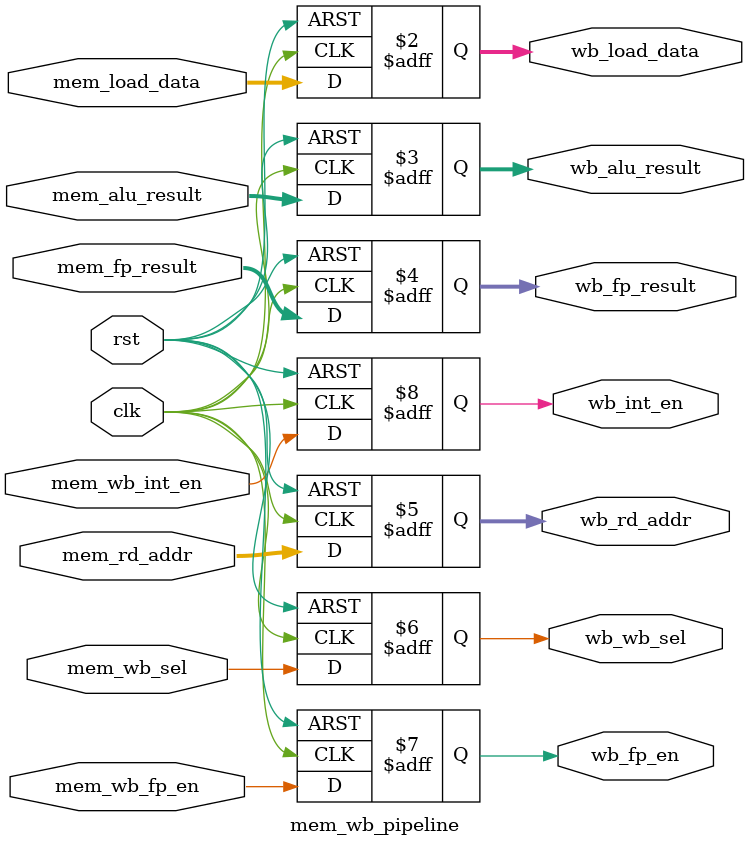
<source format=v>
/*module mem_wb_pipeline (
    input  wire        clk,
    input  wire        rst,

    // Inputs from MEM stage
    input  wire [31:0] mem_data_in,
    input  wire [31:0] ex_result_in,
    input  wire [4:0]  rd_in,
    input  wire        werf_in,
    input  wire wb_sel_in,
    

    // Outputs to WB stage
    output reg  [31:0] mem_data_out,
    output reg  [31:0] ex_result_out,
    output reg  [4:0]  rd_out,
    output reg         werf_out,
    output reg  wb_sel_out
    
);

    always @(posedge clk or posedge rst) begin
        if (rst) begin
            mem_data_out  <= 32'b0;
            ex_result_out <= 32'b0;
            rd_out        <= 5'b0;
            werf_out      <= 1'b0;
            wb_sel_out <= 1'b0;
            
        end 
        else begin
            mem_data_out  <= mem_data_in;
            ex_result_out <= ex_result_in;
            rd_out        <= rd_in;
            werf_out      <= werf_in;
            wb_sel_out <= wb_sel_in;
            
        end
    end
endmodule*/


module mem_wb_pipeline (
    input  wire        clk,
    input  wire        rst,

    // ===== Inputs from MEM stage =====
    input  wire [31:0] mem_load_data,
    input  wire [31:0] mem_alu_result,
    input  wire [31:0] mem_fp_result,
    input  wire [4:0]  mem_rd_addr,

    // ===== Control =====
    input  wire        mem_wb_sel,
    input  wire        mem_wb_fp_en,
    input  wire        mem_wb_int_en,

    // ===== Outputs to WB =====
    output reg  [31:0] wb_load_data,
    output reg  [31:0] wb_alu_result,
    output reg  [31:0] wb_fp_result,
    output reg  [4:0]  wb_rd_addr,

    output reg         wb_wb_sel,
    output reg         wb_fp_en,
    output reg         wb_int_en
);

always @(posedge clk or posedge rst) begin
    if (rst) begin
        wb_load_data <= 0;
        wb_alu_result <= 0;
        wb_fp_result <= 0;
        wb_rd_addr <= 0;

        wb_wb_sel <= 0;
        wb_fp_en  <= 0;
        wb_int_en <= 0;
    end else begin
        wb_load_data <= mem_load_data;
        wb_alu_result <= mem_alu_result;
        wb_fp_result <= mem_fp_result;
        wb_rd_addr <= mem_rd_addr;

        wb_wb_sel <= mem_wb_sel;
        wb_fp_en  <= mem_wb_fp_en;
        wb_int_en <= mem_wb_int_en;
    end
end

endmodule



</source>
